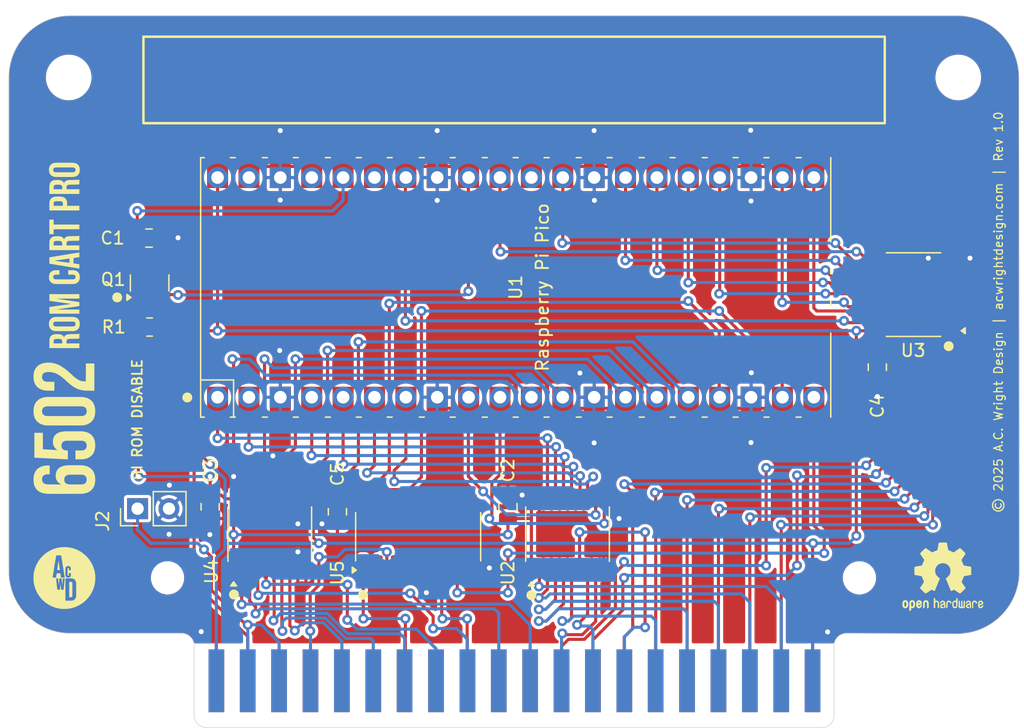
<source format=kicad_pcb>
(kicad_pcb (version 20241229) (generator "pcbnew") (generator_version "9.0")
  (title_block (title "6502 ROM Cart Pro") (date "2025-09-20") (rev "1.0") (company "A.C. Wright Design"))
  (layers (0 "F.Cu" signal "Top") (2 "B.Cu" signal "Bottom") (13 "F.Paste" user) (15 "B.Paste" user) (5 "F.SilkS" user "F.Silkscreen") (7 "B.SilkS" user "B.Silkscreen") (1 "F.Mask" user) (3 "B.Mask" user) (25 "Edge.Cuts" user))
  (net 0 "")
  (net 1 "3V3")
  (net 2 "A3")
  (net 3 "A0")
  (net 4 "D6")
  (net 5 "A10")
  (net 6 "A1")
  (net 7 "A5")
  (net 8 "D5")
  (net 9 "D0")
  (net 10 "A13")
  (net 11 "D2")
  (net 12 "RESB")
  (net 13 "A12")
  (net 14 "D4")
  (net 15 "A8")
  (net 16 "D3")
  (net 17 "D1")
  (net 18 "D7")
  (net 19 "VCC")
  (net 20 "A11")
  (net 21 "RWB")
  (net 22 "PHI2")
  (net 23 "HI ROM DISABLE")
  (net 24 "A15")
  (net 25 "A14")
  (net 26 "A4")
  (net 27 "A7")
  (net 28 "A9")
  (net 29 "A6")
  (net 30 "A2")
  (net 31 "RESB_3V3")
  (net 32 "A9_3V3")
  (net 33 "A10_3V3")
  (net 35 "CSB_3V3")
  (net 36 "GND")
  (net 41 "A5_3V3")
  (net 45 "D4_3V3")
  (net 46 "A12_3V3")
  (net 47 "A7_3V3")
  (net 49 "D0_3V3")
  (net 50 "A8_3V3")
  (net 52 "D2_3V3")
  (net 53 "D3_3V3")
  (net 54 "A13_3V3")
  (net 55 "D1_3V3")
  (net 56 "D6_3V3")
  (net 57 "A0_3V3")
  (net 58 "A6_3V3")
  (net 59 "A1_3V3")
  (net 60 "A11_3V3")
  (net 62 "OE_3V3")
  (net 64 "D7_3V3")
  (net 65 "A3_3V3")
  (net 66 "D5_3V3")
  (net 67 "A2_3V3")
  (net 70 "A14_3V3")
  (net 71 "A4_3V3")
  (footprint "6502 Logos:6502 ROM Cart Pro Logo 5mm" (layer "F.Cu") (at 102.999712 94.915385 90)
    (property "Reference" "G***" (hide yes))
    (property "Value" "LOGO" (hide yes))
  )
  (footprint "6502 Parts:6502 Card Edge" (layer "F.Cu") (at 115.3 132.57)
    (property "Reference" "J1" (hide yes))
    (property "Value" "6502 Card Edge" (hide yes))
  )
  (footprint "A.C. Wright Logo:A.C. Wright Logo 5mm" (layer "F.Cu") (at 103.0011 121.7136)
    (property "Reference" "G***" (hide yes))
    (property "Value" "LOGO" (hide yes))
  )
  (footprint "Symbol:OSHW-Logo2_7.3x6mm_SilkScreen" (layer "F.Cu") (at 174.1 121.6)
    (property "Reference" "REF**" (hide yes))
    (property "Value" "OSHW-Logo2_7.3x6mm_SilkScreen" (hide yes))
  )
  (footprint "MountingHole:MountingHole_3.2mm_M3" (layer "F.Cu") (at 103.35 81.2)
    (property "Reference" "REF**" (hide yes))
    (property "Value" "MountingHole_3.2mm_M3" (hide yes))
  )
  (footprint "Package_SO:SOIC-16_3.9x9.9mm_P1.27mm" (layer "F.Cu") (at 131.635 118.375 90)
    (property "Reference" "U5")
    (property "Value" "74HC138" (hide yes))
  )
  (footprint "Resistor_SMD:R_0805_2012Metric" (layer "F.Cu") (at 109.9 101.4)
    (property "Reference" "R1")
    (property "Value" "1K" (hide yes))
  )
  (footprint "Capacitor_SMD:C_0805_2012Metric" (layer "F.Cu") (at 109.85 94.2)
    (property "Reference" "C1")
    (property "Value" "100nF" (hide yes))
  )
  (footprint "MountingHole:MountingHole_3.2mm_M3" (layer "F.Cu") (at 175.35 81.2)
    (property "Reference" "REF**" (hide yes))
    (property "Value" "MountingHole_3.2mm_M3" (hide yes))
  )
  (footprint "Package_SO:TSSOP-20_4.4x6.5mm_P0.65mm" (layer "F.Cu") (at 171.725 98.775 180)
    (property "Reference" "U3")
    (property "Value" "74HCT245" (hide yes))
  )
  (footprint "Capacitor_SMD:C_0805_2012Metric" (layer "F.Cu") (at 125.1 116.35 -90)
    (property "Reference" "C5")
    (property "Value" "100nF" (hide yes))
  )
  (footprint "6502 Parts:Raspberry Pi Pico" (layer "F.Cu") (at 139.53 98.19 90)
    (property "Reference" "U1")
    (property "Value" "Raspberry Pi Pico")
  )
  (footprint "MountingHole:MountingHole_2.2mm_M2" (layer "F.Cu") (at 111.35 121.7)
    (property "Reference" "REF**" (hide yes))
    (property "Value" "MountingHole_2.2mm_M2" (hide yes))
  )
  (footprint "Capacitor_SMD:C_0805_2012Metric" (layer "F.Cu") (at 114.8 115.95 -90)
    (property "Reference" "C3")
    (property "Value" "100nF" (hide yes))
  )
  (footprint "Package_TO_SOT_SMD:SOT-23" (layer "F.Cu") (at 109.9 97.8375 90)
    (property "Reference" "Q1")
    (property "Value" "BSS138" (hide yes))
  )
  (footprint "Package_SO:TSSOP-20_4.4x6.5mm_P0.65mm" (layer "F.Cu") (at 143.725 118.1625 90)
    (property "Reference" "U2")
    (property "Value" "74LVC245" (hide yes))
  )
  (footprint "MountingHole:MountingHole_2.2mm_M2" (layer "F.Cu") (at 167.35 121.7)
    (property "Reference" "REF**" (hide yes))
    (property "Value" "MountingHole_2.2mm_M2" (hide yes))
  )
  (footprint "Connector_PinHeader_2.54mm:PinHeader_1x02_P2.54mm_Vertical" (layer "F.Cu") (at 108.925 116.1 90)
    (property "Reference" "J2")
    (property "Value" "HI ROM DISABLE")
  )
  (footprint "Package_SO:TSSOP-20_4.4x6.5mm_P0.65mm" (layer "F.Cu") (at 119.625 118.1625 90)
    (property "Reference" "U4")
    (property "Value" "74LVC245" (hide yes))
  )
  (footprint "Capacitor_SMD:C_0805_2012Metric" (layer "F.Cu") (at 168.8 104.65 -90)
    (property "Reference" "C4")
    (property "Value" "100nF" (hide yes))
  )
  (footprint "Capacitor_SMD:C_0805_2012Metric" (layer "F.Cu") (at 138.9 115.95 90)
    (property "Reference" "C2")
    (property "Value" "100nF" (hide yes))
  )
  (gr_circle (center 107.275 99) (end 107.475 99) (stroke (width 0.4)) (fill no) (layer "F.SilkS"))
  (gr_rect (start 109.4 77.9) (end 169.4 84.9) (stroke (width 0.2)) (fill no) (layer "F.SilkS"))
  (gr_circle (center 140.8 123.1) (end 141 123.1) (stroke (width 0.4)) (fill no) (layer "F.SilkS"))
  (gr_circle (center 127.175 123.075) (end 127.375 123.075) (stroke (width 0.4)) (fill no) (layer "F.SilkS"))
  (gr_circle (center 174.575 102.95) (end 174.775 102.95) (stroke (width 0.4)) (fill no) (layer "F.SilkS"))
  (gr_circle (center 116.725 123.05) (end 116.925 123.05) (stroke (width 0.4)) (fill no) (layer "F.SilkS"))
  (gr_circle (center 112.95 107.1) (end 113.15 107.1) (stroke (width 0.4)) (fill no) (layer "F.SilkS"))
  (gr_arc (start 165.3011 127.1936) (mid 165.593993 126.486493) (end 166.30995 126.193639) (stroke (width 0.05)) (layer "Edge.Cuts"))
  (gr_line (start 98.5011 81.1936) (end 98.5011 121.1936) (stroke (width 0.05)) (layer "Edge.Cuts"))
  (gr_line (start 103.5011 126.1936) (end 112.5011 126.1936) (stroke (width 0.05)) (layer "Edge.Cuts"))
  (gr_line (start 180.299982 121.180046) (end 180.264425 81.189254) (stroke (width 0.05)) (layer "Edge.Cuts"))
  (gr_arc (start 175.228283 76.193601) (mid 178.8 77.658066) (end 180.264425 81.189254) (stroke (width 0.05)) (layer "Edge.Cuts"))
  (gr_arc (start 103.5011 126.1936) (mid 99.965566 124.729134) (end 98.5011 121.1936) (stroke (width 0.05)) (layer "Edge.Cuts"))
  (gr_arc (start 98.5011 81.1936) (mid 99.965566 77.658066) (end 103.5011 76.1936) (stroke (width 0.05)) (layer "Edge.Cuts"))
  (gr_line (start 166.30995 126.193639) (end 175.300174 126.229171) (stroke (width 0.05)) (layer "Edge.Cuts"))
  (gr_arc (start 112.5011 126.1936) (mid 113.208207 126.486493) (end 113.5011 127.1936) (stroke (width 0.05)) (layer "Edge.Cuts"))
  (gr_line (start 175.228283 76.193601) (end 103.5011 76.1936) (stroke (width 0.05)) (layer "Edge.Cuts"))
  (gr_arc (start 114.5011 133.8136) (mid 113.793993 133.520707) (end 113.5011 132.8136) (stroke (width 0.05)) (layer "Edge.Cuts"))
  (gr_line (start 113.5011 127.1936) (end 113.5011 132.8136) (stroke (width 0.05)) (layer "Edge.Cuts"))
  (gr_arc (start 180.299982 121.180046) (mid 178.798087 124.781107) (end 175.300174 126.229171) (stroke (width 0.05)) (layer "Edge.Cuts"))
  (gr_arc (start 165.3011 132.8136) (mid 165.008207 133.520707) (end 164.3011 133.8136) (stroke (width 0.05)) (layer "Edge.Cuts"))
  (gr_line (start 165.3011 132.8136) (end 165.3011 127.1936) (stroke (width 0.05)) (layer "Edge.Cuts"))
  (gr_line (start 114.5011 133.8136) (end 164.3011 133.8136) (stroke (width 0.05)) (layer "Edge.Cuts"))
  (gr_text "© 2025 A.C. Wright Design | acwrightdesign.com | Rev 1.0" (at 178.6 100.2 90) (layer "F.SilkS") (effects (font (size 0.7 0.7) (thickness 0.1))))
  (segment (start 108.95 98.775) (end 108.95 101.3625) (width 0.25) (layer "F.Cu") (net 1))
  (segment (start 114.8 115) (end 115.7 115) (width 0.25) (layer "F.Cu") (net 1))
  (segment (start 116 115.3) (end 116.7 115.3) (width 0.25) (layer "F.Cu") (net 1))
  (segment (start 140.8 116.9) (end 140.8 121.025) (width 0.25) (layer "F.Cu") (net 1))
  (segment (start 108.9 98.725) (end 108.95 98.775) (width 0.25) (layer "F.Cu") (net 1))
  (segment (start 116.7 118.2) (end 116.7 115.3) (width 0.25) (layer "F.Cu") (net 1))
  (segment (start 138.9 116.9) (end 138.9 118.2) (width 0.25) (layer "F.Cu") (net 1))
  (segment (start 108.9 94.2) (end 108.9 92) (width 0.25) (layer "F.Cu") (net 1))
  (segment (start 138.9 116.9) (end 140.8 116.9) (width 0.25) (layer "F.Cu") (net 1))
  (segment (start 108.9 94.2) (end 108.9 98.725) (width 0.25) (layer "F.Cu") (net 1))
  (segment (start 114.8 113.5) (end 114.8 115) (width 0.25) (layer "F.Cu") (net 1))
  (segment (start 108.9875 113.4875) (end 109 113.5) (width 0.25) (layer "F.Cu") (net 1))
  (segment (start 140.8 115.3) (end 140.8 116.9) (width 0.25) (layer "F.Cu") (net 1))
  (segment (start 115.7 115) (end 116 115.3) (width 0.25) (layer "F.Cu") (net 1))
  (segment (start 116.7 118.2) (end 116.7 121.025) (width 0.25) (layer "F.Cu") (net 1))
  (segment (start 108.9875 101.4) (end 108.9875 113.4875) (width 0.25) (layer "F.Cu") (net 1))
  (segment (start 108.95 101.3625) (end 108.9875 101.4) (width 0.25) (layer "F.Cu") (net 1))
  (via (at 114.8 113.5) (size 0.8) (drill 0.4) (layers "F.Cu" "B.Cu") (net 1))
  (via (at 108.9 92) (size 0.8) (drill 0.4) (layers "F.Cu" "B.Cu") (net 1))
  (via (at 109 113.5) (size 0.8) (drill 0.4) (layers "F.Cu" "B.Cu") (net 1))
  (via (at 138.9 118.2) (size 0.8) (drill 0.4) (layers "F.Cu" "B.Cu") (net 1))
  (via (at 116.7 118.2) (size 0.8) (drill 0.4) (layers "F.Cu" "B.Cu") (net 1))
  (segment (start 138.9 118.2) (end 116.7 118.2) (width 0.25) (layer "B.Cu") (net 1))
  (segment (start 109 113.5) (end 114.8 113.5) (width 0.25) (layer "B.Cu") (net 1))
  (segment (start 125.56 91.14) (end 125.56 89.3) (width 0.25) (layer "B.Cu") (net 1))
  (segment (start 124.7 92) (end 125.56 91.14) (width 0.25) (layer "B.Cu") (net 1))
  (segment (start 108.9 92) (end 124.7 92) (width 0.25) (layer "B.Cu") (net 1))
  (segment (start 141.4 125.2) (end 142 125.2) (width 0.25) (layer "F.Cu") (net 2))
  (segment (start 143.4 123.8) (end 143.4 121.025) (width 0.25) (layer "F.Cu") (net 2))
  (segment (start 142 125.2) (end 143.4 123.8) (width 0.25) (layer "F.Cu") (net 2))
  (via (at 141.4 125.2) (size 0.8) (drill 0.4) (layers "F.Cu" "B.Cu") (net 2))
  (segment (start 153.1 124.2) (end 153.4 124.5) (width 0.25) (layer "B.Cu") (net 2))
  (segment (start 143 124.2) (end 153.1 124.2) (width 0.25) (layer "B.Cu") (net 2))
  (segment (start 141.4 125.2) (end 142 125.2) (width 0.25) (layer "B.Cu") (net 2))
  (segment (start 142 125.2) (end 143 124.2) (width 0.25) (layer "B.Cu") (net 2))
  (segment (start 153.4 124.5) (end 153.4 130.03) (width 0.25) (layer "B.Cu") (net 2))
  (segment (start 141.45 122.35) (end 141.45 121.025) (width 0.25) (layer "F.Cu") (net 3))
  (segment (start 141.4 122.4) (end 141.45 122.35) (width 0.25) (layer "F.Cu") (net 3))
  (via (at 141.4 122.4) (size 0.8) (drill 0.4) (layers "F.Cu" "B.Cu") (net 3))
  (segment (start 161.02 123.62) (end 159.8 122.4) (width 0.25) (layer "B.Cu") (net 3))
  (segment (start 159.8 122.4) (end 141.4 122.4) (width 0.25) (layer "B.Cu") (net 3))
  (segment (start 161.02 130.03) (end 161.02 123.62) (width 0.25) (layer "B.Cu") (net 3))
  (segment (start 171.01 99.755427) (end 173.615427 97.15) (width 0.25) (layer "F.Cu") (net 4))
  (segment (start 162.3 120.7) (end 162.3 113.4) (width 0.25) (layer "F.Cu") (net 4))
  (segment (start 171.01 110.99) (end 171.01 99.755427) (width 0.25) (layer "F.Cu") (net 4))
  (segment (start 148.2 124.3) (end 145.78 126.72) (width 0.25) (layer "F.Cu") (net 4))
  (segment (start 148.3 121.7) (end 148.2 121.8) (width 0.25) (layer "F.Cu") (net 4))
  (segment (start 145.78 126.72) (end 145.78 130.03) (width 0.25) (layer "F.Cu") (net 4))
  (segment (start 173.615427 97.15) (end 174.5875 97.15) (width 0.25) (layer "F.Cu") (net 4))
  (segment (start 148.2 121.8) (end 148.2 124.3) (width 0.25) (layer "F.Cu") (net 4))
  (segment (start 168.7 113.3) (end 171.01 110.99) (width 0.25) (layer "F.Cu") (net 4))
  (via (at 162.3 120.7) (size 0.8) (drill 0.4) (layers "F.Cu" "B.Cu") (net 4))
  (via (at 168.7 113.3) (size 0.8) (drill 0.4) (layers "F.Cu" "B.Cu") (net 4))
  (via (at 162.3 113.4) (size 0.8) (drill 0.4) (layers "F.Cu" "B.Cu") (net 4))
  (via (at 148.3 121.7) (size 0.8) (drill 0.4) (layers "F.Cu" "B.Cu") (net 4))
  (segment (start 168.5 113.5) (end 168.7 113.3) (width 0.25) (layer "B.Cu") (net 4))
  (segment (start 148.5 121.5) (end 161.5 121.5) (width 0.25) (layer "B.Cu") (net 4))
  (segment (start 161.5 121.5) (end 162.3 120.7) (width 0.25) (layer "B.Cu") (net 4))
  (segment (start 162.5 113.5) (end 168.5 113.5) (width 0.25) (layer "B.Cu") (net 4))
  (segment (start 148.3 121.7) (end 148.5 121.5) (width 0.25) (layer "B.Cu") (net 4))
  (segment (start 162.4 113.4) (end 162.5 113.5) (width 0.25) (layer "B.Cu") (net 4))
  (segment (start 162.3 113.4) (end 162.4 113.4) (width 0.25) (layer "B.Cu") (net 4))
  (segment (start 118.65 122.9) (end 118.65 121.025) (width 0.25) (layer "F.Cu") (net 5))
  (segment (start 132.85 124.8) (end 131 122.95) (width 0.25) (layer "F.Cu") (net 5))
  (segment (start 132.85 125.8) (end 132.85 124.8) (width 0.25) (layer "F.Cu") (net 5))
  (segment (start 118.7 122.95) (end 118.65 122.9) (width 0.25) (layer "F.Cu") (net 5))
  (segment (start 118.7 123.1) (end 118.7 122.95) (width 0.25) (layer "F.Cu") (net 5))
  (via (at 132.85 125.8) (size 0.8) (drill 0.4) (layers "F.Cu" "B.Cu") (net 5))
  (via (at 131 122.95) (size 0.8) (drill 0.4) (layers "F.Cu" "B.Cu") (net 5))
  (via (at 118.7 123.1) (size 0.8) (drill 0.4) (layers "F.Cu" "B.Cu") (net 5))
  (segment (start 134.75 125.8) (end 132.85 125.8) (width 0.25) (layer "B.Cu") (net 5))
  (segment (start 134.775 125.825) (end 134.75 125.8) (width 0.25) (layer "B.Cu") (net 5))
  (segment (start 118.7 123.1) (end 118.85 122.95) (width 0.25) (layer "B.Cu") (net 5))
  (segment (start 135.62 130.03) (end 135.62 126.67) (width 0.25) (layer "B.Cu") (net 5))
  (segment (start 135.636 130.014) (end 135.62 130.03) (width 0.25) (layer "B.Cu") (net 5))
  (segment (start 118.85 122.95) (end 131 122.95) (width 0.25) (layer "B.Cu") (net 5))
  (segment (start 135.62 126.67) (end 134.775 125.825) (width 0.25) (layer "B.Cu") (net 5))
  (segment (start 141.4 123.327003) (end 142.1 122.627003) (width 0.25) (layer "F.Cu") (net 6))
  (segment (start 142.1 122.627003) (end 142.1 121.025) (width 0.25) (layer "F.Cu") (net 6))
  (via (at 141.4 123.327003) (size 0.8) (drill 0.4) (layers "F.Cu" "B.Cu") (net 6))
  (segment (start 158.48 123.68) (end 158.48 130.03) (width 0.25) (layer "B.Cu") (net 6))
  (segment (start 141.972997 123.327003) (end 142.3 123) (width 0.25) (layer "B.Cu") (net 6))
  (segment (start 141.4 123.327003) (end 141.972997 123.327003) (width 0.25) (layer "B.Cu") (net 6))
  (segment (start 157.8 123) (end 158.48 123.68) (width 0.25) (layer "B.Cu") (net 6))
  (segment (start 142.3 123) (end 157.8 123) (width 0.25) (layer "B.Cu") (net 6))
  (segment (start 144.7 118) (end 144.7 121.025) (width 0.25) (layer "F.Cu") (net 7))
  (segment (start 150 118) (end 150 125.7) (width 0.25) (layer "F.Cu") (net 7))
  (via (at 150 125.7) (size 0.8) (drill 0.4) (layers "F.Cu" "B.Cu") (net 7))
  (via (at 150 118) (size 0.8) (drill 0.4) (layers "F.Cu" "B.Cu") (net 7))
  (via (at 144.7 118) (size 0.8) (drill 0.4) (layers "F.Cu" "B.Cu") (net 7))
  (segment (start 148.4 129.95) (end 148.32 130.03) (width 0.25) (layer "B.Cu") (net 7))
  (segment (start 149.1 125.7) (end 148.32 126.48) (width 0.25) (layer "B.Cu") (net 7))
  (segment (start 148.32 126.48) (end 148.32 130.03) (width 0.25) (layer "B.Cu") (net 7))
  (segment (start 148.336 130.014) (end 148.32 130.03) (width 0.25) (layer "B.Cu") (net 7))
  (segment (start 150 118) (end 144.7 118) (width 0.25) (layer "B.Cu") (net 7))
  (segment (start 150 125.7) (end 149.1 125.7) (width 0.25) (layer "B.Cu") (net 7))
  (segment (start 149 114.8) (end 149 125.8) (width 0.25) (layer "F.Cu") (net 8))
  (segment (start 148.32 114.12) (end 149 114.8) (width 0.25) (layer "F.Cu") (net 8))
  (segment (start 171.388 99.912) (end 173.5 97.8) (width 0.25) (layer "F.Cu") (net 8))
  (segment (start 148.32 126.48) (end 148.32 130.03) (width 0.25) (layer "F.Cu") (net 8))
  (segment (start 173.5 97.8) (end 174.5875 97.8) (width 0.25) (layer "F.Cu") (net 8))
  (segment (start 169.5 114) (end 171.388 112.112) (width 0.25) (layer "F.Cu") (net 8))
  (segment (start 149 125.8) (end 148.32 126.48) (width 0.25) (layer "F.Cu") (net 8))
  (segment (start 171.388 112.112) (end 171.388 99.912) (width 0.25) (layer "F.Cu") (net 8))
  (via (at 148.32 114.12) (size 0.8) (drill 0.4) (layers "F.Cu" "B.Cu") (net 8))
  (via (at 169.5 114) (size 0.8) (drill 0.4) (layers "F.Cu" "B.Cu") (net 8))
  (segment (start 169.4 114.1) (end 169.5 114) (width 0.25) (layer "B.Cu") (net 8))
  (segment (start 148.34 114.1) (end 169.4 114.1) (width 0.25) (layer "B.Cu") (net 8))
  (segment (start 148.32 114.12) (end 148.34 114.1) (width 0.25) (layer "B.Cu") (net 8))
  (segment (start 161.02 117.42) (end 161 117.4) (width 0.25) (layer "F.Cu") (net 9))
  (segment (start 173.256 117.356) (end 173.278 117.356) (width 0.25) (layer "F.Cu") (net 9))
  (segment (start 173.3 117.4) (end 173.256 117.356) (width 0.25) (layer "F.Cu") (net 9))
  (segment (start 173.278 101.322) (end 173.55 101.05) (width 0.25) (layer "F.Cu") (net 9))
  (segment (start 173.55 101.05) (end 174.5875 101.05) (width 0.25) (layer "F.Cu") (net 9))
  (segment (start 173.278 117.356) (end 173.278 101.322) (width 0.25) (layer "F.Cu") (net 9))
  (segment (start 161.02 130.03) (end 161.02 117.42) (width 0.25) (layer "F.Cu") (net 9))
  (via (at 173.3 117.4) (size 0.8) (drill 0.4) (layers "F.Cu" "B.Cu") (net 9))
  (via (at 161 117.4) (size 0.8) (drill 0.4) (layers "F.Cu" "B.Cu") (net 9))
  (segment (start 161 117.4) (end 173.3 117.4) (width 0.25) (layer "B.Cu") (net 9))
  (segment (start 120.6 125.95) (end 120.6 121.025) (width 0.25) (layer "F.Cu") (net 10))
  (segment (start 120.65 126) (end 120.6 125.95) (width 0.25) (layer "F.Cu") (net 10))
  (via (at 120.65 126) (size 0.8) (drill 0.4) (layers "F.Cu" "B.Cu") (net 10))
  (segment (start 125.771428 126.606) (end 124.124428 124.959) (width 0.25) (layer "B.Cu") (net 10))
  (segment (start 128 130.03) (end 128 126.819) (width 0.25) (layer "B.Cu") (net 10))
  (segment (start 124.124428 124.959) (end 120.941 124.959) (width 0.25) (layer "B.Cu") (net 10))
  (segment (start 120.65 125.25) (end 120.65 126) (width 0.25) (layer "B.Cu") (net 10))
  (segment (start 120.941 124.959) (end 120.65 125.25) (width 0.25) (layer "B.Cu") (net 10))
  (segment (start 128 126.819) (end 127.787 126.606) (width 0.25) (layer "B.Cu") (net 10))
  (segment (start 127.787 126.606) (end 125.771428 126.606) (width 0.25) (layer "B.Cu") (net 10))
  (segment (start 128.016 130.014) (end 128 130.03) (width 0.25) (layer "B.Cu") (net 10))
  (segment (start 171.8 116) (end 172.522 115.278) (width 0.25) (layer "F.Cu") (net 11))
  (segment (start 172.522 100.381716) (end 173.153716 99.75) (width 0.25) (layer "F.Cu") (net 11))
  (segment (start 155.94 116.16) (end 156 116.1) (width 0.25) (layer "F.Cu") (net 11))
  (segment (start 173.153716 99.75) (end 174.5875 99.75) (width 0.25) (layer "F.Cu") (net 11))
  (segment (start 155.94 130.03) (end 155.94 116.16) (width 0.25) (layer "F.Cu") (net 11))
  (segment (start 172.522 115.278) (end 172.522 100.381716) (width 0.25) (layer "F.Cu") (net 11))
  (via (at 156 116.1) (size 0.8) (drill 0.4) (layers "F.Cu" "B.Cu") (net 11))
  (via (at 171.8 116) (size 0.8) (drill 0.4) (layers "F.Cu" "B.Cu") (net 11))
  (segment (start 156 116.1) (end 171.7 116.1) (width 0.25) (layer "B.Cu") (net 11))
  (segment (start 171.7 116.1) (end 171.8 116) (width 0.25) (layer "B.Cu") (net 11))
  (segment (start 114.4 120.6) (end 114.4 123) (width 0.25) (layer "F.Cu") (net 12))
  (segment (start 113.5 112.6) (end 113.5 119.7) (width 0.25) (layer "F.Cu") (net 12))
  (segment (start 117.84 126.44) (end 117.84 130.03) (width 0.25) (layer "F.Cu") (net 12))
  (segment (start 109.9 96.9) (end 109.9 109) (width 0.25) (layer "F.Cu") (net 12))
  (segment (start 109.9 109) (end 113.5 112.6) (width 0.25) (layer "F.Cu") (net 12))
  (segment (start 113.5 119.7) (end 114.4 120.6) (width 0.25) (layer "F.Cu") (net 12))
  (segment (start 114.4 123) (end 117.84 126.44) (width 0.25) (layer "F.Cu") (net 12))
  (segment (start 119.981 121.953275) (end 119.95 121.922275) (width 0.25) (layer "F.Cu") (net 13))
  (segment (start 119.925 125.15) (end 119.981 125.094) (width 0.25) (layer "F.Cu") (net 13))
  (segment (start 119.981 125.094) (end 119.981 121.953275) (width 0.25) (layer "F.Cu") (net 13))
  (segment (start 119.95 121.922275) (end 119.95 121.025) (width 0.25) (layer "F.Cu") (net 13))
  (via (at 119.925 125.15) (size 0.8) (drill 0.4) (layers "F.Cu" "B.Cu") (net 13))
  (segment (start 124.281 124.581) (end 120.494 124.581) (width 0.25) (layer "B.Cu") (net 13))
  (segment (start 126.493428 126.228) (end 126.490427 126.225) (width 0.25) (layer "B.Cu") (net 13))
  (segment (start 126.490427 126.225) (end 125.925 126.225) (width 0.25) (layer "B.Cu") (net 13))
  (segment (start 125.925 126.225) (end 124.281 124.581) (width 0.25) (layer "B.Cu") (net 13))
  (segment (start 130.178 126.228) (end 126.493428 126.228) (width 0.25) (layer "B.Cu") (net 13))
  (segment (start 130.54 126.59) (end 130.178 126.228) (width 0.25) (layer "B.Cu") (net 13))
  (segment (start 120.494 124.581) (end 119.925 125.15) (width 0.25) (layer "B.Cu") (net 13))
  (segment (start 130.54 130.03) (end 130.54 126.59) (width 0.25) (layer "B.Cu") (net 13))
  (segment (start 170.2 114.7) (end 171.766 113.134) (width 0.25) (layer "F.Cu") (net 14))
  (segment (start 173.384572 98.45) (end 174.5875 98.45) (width 0.25) (layer "F.Cu") (net 14))
  (segment (start 150.86 114.86) (end 150.8 114.8) (width 0.25) (layer "F.Cu") (net 14))
  (segment (start 150.86 130.03) (end 150.86 114.86) (width 0.25) (layer "F.Cu") (net 14))
  (segment (start 171.766 100.068572) (end 173.384572 98.45) (width 0.25) (layer "F.Cu") (net 14))
  (segment (start 171.766 113.134) (end 171.766 100.068572) (width 0.25) (layer "F.Cu") (net 14))
  (via (at 170.2 114.7) (size 0.8) (drill 0.4) (layers "F.Cu" "B.Cu") (net 14))
  (via (at 150.8 114.8) (size 0.8) (drill 0.4) (layers "F.Cu" "B.Cu") (net 14))
  (segment (start 150.9 114.7) (end 170.2 114.7) (width 0.25) (layer "B.Cu") (net 14))
  (segment (start 150.8 114.8) (end 150.9 114.7) (width 0.25) (layer "B.Cu") (net 14))
  (segment (start 117.35 123.85) (end 117.35 121.025) (width 0.25) (layer "F.Cu") (net 15))
  (via (at 117.35 123.85) (size 0.8) (drill 0.4) (layers "F.Cu" "B.Cu") (net 15))
  (segment (start 140.7 125.525) (end 139 123.825) (width 0.25) (layer "B.Cu") (net 15))
  (segment (start 140.7 130.03) (end 140.716 130.014) (width 0.25) (layer "B.Cu") (net 15))
  (segment (start 140.7 130.03) (end 140.7 125.525) (width 0.25) (layer "B.Cu") (net 15))
  (segment (start 139 123.825) (end 117.375 123.825) (width 0.25) (layer "B.Cu") (net 15))
  (segment (start 117.375 123.825) (end 117.35 123.85) (width 0.25) (layer "B.Cu") (net 15))
  (segment (start 173.269144 99.1) (end 174.5875 99.1) (width 0.25) (layer "F.Cu") (net 16))
  (segment (start 153.4 130.03) (end 153.4 115.4) (width 0.25) (layer "F.Cu") (net 16))
  (segment (start 172.144 100.225144) (end 173.269144 99.1) (width 0.25) (layer "F.Cu") (net 16))
  (segment (start 172.144 114.156) (end 172.144 100.225144) (width 0.25) (layer "F.Cu") (net 16))
  (segment (start 171 115.3) (end 172.144 114.156) (width 0.25) (layer "F.Cu") (net 16))
  (via (at 153.4 115.4) (size 0.8) (drill 0.4) (layers "F.Cu" "B.Cu") (net 16))
  (via (at 171 115.3) (size 0.8) (drill 0.4) (layers "F.Cu" "B.Cu") (net 16))
  (segment (start 170.9 115.4) (end 171 115.3) (width 0.25) (layer "B.Cu") (net 16))
  (segment (start 153.4 115.4) (end 170.9 115.4) (width 0.25) (layer "B.Cu") (net 16))
  (segment (start 158.48 130.03) (end 158.48 116.82) (width 0.25) (layer "F.Cu") (net 17))
  (segment (start 173.3 100.4) (end 174.5875 100.4) (width 0.25) (layer "F.Cu") (net 17))
  (segment (start 172.6 116.7) (end 172.9 116.4) (width 0.25) (layer "F.Cu") (net 17))
  (segment (start 172.9 100.8) (end 173.3 100.4) (width 0.25) (layer "F.Cu") (net 17))
  (segment (start 158.48 116.82) (end 158.5 116.8) (width 0.25) (layer "F.Cu") (net 17))
  (segment (start 172.9 116.4) (end 172.9 100.8) (width 0.25) (layer "F.Cu") (net 17))
  (via (at 158.5 116.8) (size 0.8) (drill 0.4) (layers "F.Cu" "B.Cu") (net 17))
  (via (at 172.6 116.7) (size 0.8) (drill 0.4) (layers "F.Cu" "B.Cu") (net 17))
  (segment (start 158.5 116.8) (end 158.6 116.7) (width 0.25) (layer "B.Cu") (net 17))
  (segment (start 158.6 116.7) (end 172.6 116.7) (width 0.25) (layer "B.Cu") (net 17))
  (segment (start 147.6 124.162298) (end 145.084298 126.678) (width 0.25) (layer "F.Cu") (net 18))
  (segment (start 143.802 126.678) (end 143.24 127.24) (width 0.25) (layer "F.Cu") (net 18))
  (segment (start 173.730855 96.5) (end 174.5875 96.5) (width 0.25) (layer "F.Cu") (net 18))
  (segment (start 148.3 120.4) (end 148.3 120.6) (width 0.25) (layer "F.Cu") (net 18))
  (segment (start 148.3 120.6) (end 147.6 121.3) (width 0.25) (layer "F.Cu") (net 18))
  (segment (start 143.24 127.24) (end 143.24 130.03) (width 0.25) (layer "F.Cu") (net 18))
  (segment (start 159.8 120.7) (end 159.8 112.8) (width 0.25) (layer "F.Cu") (net 18))
  (segment (start 147.6 121.3) (end 147.6 124.162298) (width 0.25) (layer "F.Cu") (net 18))
  (segment (start 170.632 99.598855) (end 173.730855 96.5) (width 0.25) (layer "F.Cu") (net 18))
  (segment (start 167.9 112.6) (end 170.632 109.868) (width 0.25) (layer "F.Cu") (net 18))
  (segment (start 145.084298 126.678) (end 143.802 126.678) (width 0.25) (layer "F.Cu") (net 18))
  (segment (start 170.632 109.868) (end 170.632 99.598855) (width 0.25) (layer "F.Cu") (net 18))
  (via (at 159.8 112.8) (size 0.8) (drill 0.4) (layers "F.Cu" "B.Cu") (net 18))
  (via (at 167.9 112.6) (size 0.8) (drill 0.4) (layers "F.Cu" "B.Cu") (net 18))
  (via (at 148.3 120.4) (size 0.8) (drill 0.4) (layers "F.Cu" "B.Cu") (net 18))
  (via (at 159.8 120.7) (size 0.8) (drill 0.4) (layers "F.Cu" "B.Cu") (net 18))
  (segment (start 167.756 112.744) (end 167.9 112.6) (width 0.25) (layer "B.Cu") (net 18))
  (segment (start 159.888 112.8) (end 159.944 112.744) (width 0.25) (layer "B.Cu") (net 18))
  (segment (start 159.8 112.8) (end 159.888 112.8) (width 0.25) (layer "B.Cu") (net 18))
  (segment (start 159.944 112.744) (end 167.756 112.744) (width 0.25) (layer "B.Cu") (net 18))
  (segment (start 148.6 120.7) (end 159.8 120.7) (width 0.25) (layer "B.Cu") (net 18))
  (segment (start 148.3 120.4) (end 148.6 120.7) (width 0.25) (layer "B.Cu") (net 18))
  (segment (start 163.56 118.94) (end 163.56 130.03) (width 0.25) (layer "F.Cu") (net 19))
  (segment (start 113 102.4) (end 113 110.7) (width 0.25) (layer "F.Cu") (net 19))
  (segment (start 126 115.4) (end 126.5 115.9) (width 0.25) (layer "F.Cu") (net 19))
  (segment (start 123.15 118.45) (end 123.15 116.05) (width 0.25) (layer "F.Cu") (net 19))
  (segment (start 168.8 101.7625) (end 168.8625 101.7) (width 0.25) (layer "F.Cu") (net 19))
  (segment (start 113 110.7) (end 114.8 112.5) (width 0.25) (layer "F.Cu") (net 19))
  (segment (start 113.7 101.7) (end 113 102.4) (width 0.25) (layer "F.Cu") (net 19))
  (segment (start 115.4 101.7) (end 115.4 89.3) (width 0.25) (layer "F.Cu") (net 19))
  (segment (start 168.8625 101.7) (end 167.1 101.7) (width 0.25) (layer "F.Cu") (net 19))
  (segment (start 123.15 116.05) (end 123.8 115.4) (width 0.25) (layer "F.Cu") (net 19))
  (segment (start 115.4 101.7) (end 113.7 101.7) (width 0.25) (layer "F.Cu") (net 19))
  (segment (start 123.8 115.4) (end 125.1 115.4) (width 0.25) (layer "F.Cu") (net 19))
  (segment (start 126.5 115.9) (end 127.19 115.9) (width 0.25) (layer "F.Cu") (net 19))
  (segment (start 167.1 118.3) (end 167.1 101.7) (width 0.25) (layer "F.Cu") (net 19))
  (segment (start 168.8 103.7) (end 168.8 101.7625) (width 0.25) (layer "F.Cu") (net 19))
  (segment (start 163.6 118.9) (end 163.56 118.94) (width 0.25) (layer "F.Cu") (net 19))
  (segment (start 123.6 118.9) (end 123.15 118.45) (width 0.25) (layer "F.Cu") (net 19))
  (segment (start 125.1 115.4) (end 126 115.4) (width 0.25) (layer "F.Cu") (net 19))
  (via (at 163.6 118.9) (size 0.8) (drill 0.4) (layers "F.Cu" "B.Cu") (net 19))
  (via (at 123.6 118.9) (size 0.8) (drill 0.4) (layers "F.Cu" "B.Cu") (net 19))
  (via (at 167.1 118.3) (size 0.8) (drill 0.4) (layers "F.Cu" "B.Cu") (net 19))
  (via (at 167.1 101.7) (size 0.8) (drill 0.4) (layers "F.Cu" "B.Cu") (net 19))
  (via (at 114.8 112.5) (size 0.8) (drill 0.4) (layers "F.Cu" "B.Cu") (net 19))
  (via (at 115.4 101.7) (size 0.8) (drill 0.4) (layers "F.Cu" "B.Cu") (net 19))
  (segment (start 116.012047 118.912047) (end 116 118.9) (width 0.25) (layer "B.Cu") (net 19))
  (segment (start 116 113.7) (end 114.8 112.5) (width 0.25) (layer "B.Cu") (net 19))
  (segment (start 116.412047 118.912047) (end 123.587953 118.912047) (width 0.25) (layer "B.Cu") (net 19))
  (segment (start 116 118.9) (end 116 113.7) (width 0.25) (layer "B.Cu") (net 19))
  (segment (start 115.3 120.1) (end 116 119.4) (width 0.25) (layer "B.Cu") (net 19))
  (segment (start 166.5 118.9) (end 167.1 118.3) (width 0.25) (layer "B.Cu") (net 19))
  (segment (start 116.412047 118.912047) (end 116.012047 118.912047) (width 0.25) (layer "B.Cu") (net 19))
  (segment (start 115.3 130.03) (end 115.3 120.1) (width 0.25) (layer "B.Cu") (net 19))
  (segment (start 123.587953 118.912047) (end 123.6 118.9) (width 0.25) (layer "B.Cu") (net 19))
  (segment (start 167.1 101.7) (end 115.4 101.7) (width 0.25) (layer "B.Cu") (net 19))
  (segment (start 123.6 118.9) (end 163.6 118.9) (width 0.25) (layer "B.Cu") (net 19))
  (segment (start 116 119.4) (end 116 118.9) (width 0.25) (layer "B.Cu") (net 19))
  (segment (start 163.6 118.9) (end 166.5 118.9) (width 0.25) (layer "B.Cu") (net 19))
  (segment (start 119.325 122.225) (end 119.325 121.05) (width 0.25) (layer "F.Cu") (net 20))
  (segment (start 125.9 125.1) (end 125.9 122.275) (width 0.25) (layer "F.Cu") (net 20))
  (segment (start 119.325 121.05) (end 119.3 121.025) (width 0.25) (layer "F.Cu") (net 20))
  (segment (start 125.9 122.275) (end 125.925 122.25) (width 0.25) (layer "F.Cu") (net 20))
  (via (at 119.325 122.225) (size 0.8) (drill 0.4) (layers "F.Cu" "B.Cu") (net 20))
  (via (at 125.925 122.25) (size 0.8) (drill 0.4) (layers "F.Cu" "B.Cu") (net 20))
  (via (at 125.9 125.1) (size 0.8) (drill 0.4) (layers "F.Cu" "B.Cu") (net 20))
  (segment (start 125.9 122.225) (end 125.925 122.25) (width 0.25) (layer "B.Cu") (net 20))
  (segment (start 133.08 130.03) (end 133.08 127.43) (width 0.25) (layer "B.Cu") (net 20))
  (segment (start 119.325 122.225) (end 125.9 122.225) (width 0.25) (layer "B.Cu") (net 20))
  (segment (start 133.08 127.43) (end 131.5 125.85) (width 0.25) (layer "B.Cu") (net 20))
  (segment (start 131.5 125.85) (end 126.65 125.85) (width 0.25) (layer "B.Cu") (net 20))
  (segment (start 126.65 125.85) (end 125.9 125.1) (width 0.25) (layer "B.Cu") (net 20))
  (segment (start 127.2 125) (end 127.19 124.99) (width 0.25) (layer "F.Cu") (net 21))
  (segment (start 130.6 125) (end 130.6 129.97) (width 0.25) (layer "F.Cu") (net 21))
  (segment (start 127.19 124.99) (end 127.19 120.85) (width 0.25) (layer "F.Cu") (net 21))
  (segment (start 130.6 129.97) (end 130.54 130.03) (width 0.25) (layer "F.Cu") (net 21))
  (via (at 130.6 125) (size 0.8) (drill 0.4) (layers "F.Cu" "B.Cu") (net 21))
  (via (at 127.2 125) (size 0.8) (drill 0.4) (layers "F.Cu" "B.Cu") (net 21))
  (segment (start 130.6 125) (end 127.2 125) (width 0.25) (layer "B.Cu") (net 21))
  (segment (start 135.6 130.01) (end 135.62 130.03) (width 0.25) (layer "F.Cu") (net 22))
  (segment (start 135.6 125) (end 135.6 130.01) (width 0.25) (layer "F.Cu") (net 22))
  (segment (start 133.54 124.94) (end 133.54 120.85) (width 0.25) (layer "F.Cu") (net 22))
  (segment (start 133.6 125) (end 133.54 124.94) (width 0.25) (layer "F.Cu") (net 22))
  (via (at 135.6 125) (size 0.8) (drill 0.4) (layers "F.Cu" "B.Cu") (net 22))
  (via (at 133.6 125) (size 0.8) (drill 0.4) (layers "F.Cu" "B.Cu") (net 22))
  (segment (start 135.6 125) (end 133.6 125) (width 0.25) (layer "B.Cu") (net 22))
  (segment (start 117.7 125.5) (end 114.9 122.7) (width 0.25) (layer "F.Cu") (net 23))
  (segment (start 114.9 122.7) (end 114.9 120) (width 0.25) (layer "F.Cu") (net 23))
  (segment (start 117.84 125.5) (end 117.7 125.5) (width 0.25) (layer "F.Cu") (net 23))
  (segment (start 114.9 120) (end 114.3 119.4) (width 0.25) (layer "F.Cu") (net 23))
  (via (at 114.3 119.4) (size 0.8) (drill 0.4) (layers "F.Cu" "B.Cu") (net 23))
  (via (at 117.84 125.5) (size 0.8) (drill 0.4) (layers "F.Cu" "B.Cu") (net 23))
  (segment (start 110 118.9) (end 108.925 117.825) (width 0.25) (layer "B.Cu") (net 23))
  (segment (start 113.8 118.9) (end 110 118.9) (width 0.25) (layer "B.Cu") (net 23))
  (segment (start 120.38 126.93) (end 118.95 125.5) (width 0.25) (layer "B.Cu") (net 23))
  (segment (start 118.95 125.5) (end 117.84 125.5) (width 0.25) (layer "B.Cu") (net 23))
  (segment (start 117.84 125.5) (end 117.84 130.03) (width 0.25) (layer "B.Cu") (net 23))
  (segment (start 120.269 129.919) (end 120.38 130.03) (width 0.25) (layer "B.Cu") (net 23))
  (segment (start 120.38 130.03) (end 120.38 126.93) (width 0.25) (layer "B.Cu") (net 23))
  (segment (start 114.3 119.4) (end 113.8 118.9) (width 0.25) (layer "B.Cu") (net 23))
  (segment (start 108.925 117.825) (end 108.925 116.1) (width 0.25) (layer "B.Cu") (net 23))
  (segment (start 122.9 123) (end 123.6 122.3) (width 0.25) (layer "F.Cu") (net 24))
  (segment (start 128.46 120.85) (end 129.1 120.85) (width 0.25) (layer "F.Cu") (net 24))
  (segment (start 123.6 122.3) (end 123.6 120) (width 0.25) (layer "F.Cu") (net 24))
  (segment (start 129.1 120.85) (end 129.73 120.85) (width 0.25) (layer "F.Cu") (net 24))
  (segment (start 129.1 119.6) (end 129.1 120.85) (width 0.25) (layer "F.Cu") (net 24))
  (segment (start 122.9 126) (end 122.9 123) (width 0.25) (layer "F.Cu") (net 24))
  (via (at 122.9 126) (size 0.8) (drill 0.4) (layers "F.Cu" "B.Cu") (net 24))
  (via (at 123.6 120) (size 0.8) (drill 0.4) (layers "F.Cu" "B.Cu") (net 24))
  (via (at 129.1 119.6) (size 0.8) (drill 0.4) (layers "F.Cu" "B.Cu") (net 24))
  (segment (start 128.9 119.4) (end 129.1 119.6) (width 0.25) (layer "B.Cu") (net 24))
  (segment (start 125.7 119.4) (end 128.9 119.4) (width 0.25) (layer "B.Cu") (net 24))
  (segment (start 122.92 130.03) (end 122.92 126.02) (width 0.25) (layer "B.Cu") (net 24))
  (segment (start 125.1 120) (end 125.7 119.4) (width 0.25) (layer "B.Cu") (net 24))
  (segment (start 122.92 126.02) (end 122.9 126) (width 0.25) (layer "B.Cu") (net 24))
  (segment (start 123.6 120) (end 125.1 120) (width 0.25) (layer "B.Cu") (net 24))
  (segment (start 121.25 125.575) (end 121.25 121.025) (width 0.25) (layer "F.Cu") (net 25))
  (segment (start 121.65 125.975) (end 121.25 125.575) (width 0.25) (layer "F.Cu") (net 25))
  (via (at 121.65 125.975) (size 0.8) (drill 0.4) (layers "F.Cu" "B.Cu") (net 25))
  (segment (start 125.46 126.829144) (end 123.967856 125.337) (width 0.25) (layer "B.Cu") (net 25))
  (segment (start 122.288 125.337) (end 121.65 125.975) (width 0.25) (layer "B.Cu") (net 25))
  (segment (start 125.46 130.03) (end 125.5 129.99) (width 0.25) (layer "B.Cu") (net 25))
  (segment (start 123.967856 125.337) (end 122.288 125.337) (width 0.25) (layer "B.Cu") (net 25))
  (segment (start 125.46 130.03) (end 125.46 126.829144) (width 0.25) (layer "B.Cu") (net 25))
  (segment (start 143.8 125.2) (end 144.05 124.95) (width 0.25) (layer "F.Cu") (net 26))
  (segment (start 143.3 125.2) (end 143.8 125.2) (width 0.25) (layer "F.Cu") (net 26))
  (segment (start 144.05 124.95) (end 144.05 121.025) (width 0.25) (layer "F.Cu") (net 26))
  (via (at 143.3 125.2) (size 0.8) (drill 0.4) (layers "F.Cu" "B.Cu") (net 26))
  (segment (start 150.5 124.8) (end 150.86 125.16) (width 0.25) (layer "B.Cu") (net 26))
  (segment (start 150.86 125.16) (end 150.86 130.03) (width 0.25) (layer "B.Cu") (net 26))
  (segment (start 143.3 125.2) (end 143.8 125.2) (width 0.25) (layer "B.Cu") (net 26))
  (segment (start 143.8 125.2) (end 144.2 124.8) (width 0.25) (layer "B.Cu") (net 26))
  (segment (start 144.2 124.8) (end 150.5 124.8) (width 0.25) (layer "B.Cu") (net 26))
  (segment (start 146 121.025) (end 146 125.227725) (width 0.25) (layer "F.Cu") (net 27))
  (segment (start 144.927725 126.3) (end 143.4 126.3) (width 0.25) (layer "F.Cu") (net 27))
  (segment (start 143.4 126.3) (end 143.3 126.2) (width 0.25) (layer "F.Cu") (net 27))
  (segment (start 146 125.227725) (end 144.927725 126.3) (width 0.25) (layer "F.Cu") (net 27))
  (via (at 143.3 126.2) (size 0.8) (drill 0.4) (layers "F.Cu" "B.Cu") (net 27))
  (segment (start 143.256 130.014) (end 143.24 130.03) (width 0.25) (layer "B.Cu") (net 27))
  (segment (start 143.24 126.26) (end 143.24 130.03) (width 0.25) (layer "B.Cu") (net 27))
  (segment (start 143.2 129.99) (end 143.24 130.03) (width 0.25) (layer "B.Cu") (net 27))
  (segment (start 143.3 126.2) (end 143.24 126.26) (width 0.25) (layer "B.Cu") (net 27))
  (segment (start 118 123.572275) (end 118 121.025) (width 0.25) (layer "F.Cu") (net 28))
  (segment (start 118.475 124.6) (end 118.475 124.047275) (width 0.25) (layer "F.Cu") (net 28))
  (segment (start 118.475 124.047275) (end 118 123.572275) (width 0.25) (layer "F.Cu") (net 28))
  (via (at 118.475 124.6) (size 0.8) (drill 0.4) (layers "F.Cu" "B.Cu") (net 28))
  (segment (start 138.16 130.03) (end 138.176 130.014) (width 0.25) (layer "B.Cu") (net 28))
  (segment (start 138.16 124.563) (end 137.8 124.203) (width 0.25) (layer "B.Cu") (net 28))
  (segment (start 138.16 130.03) (end 138.16 124.563) (width 0.25) (layer "B.Cu") (net 28))
  (segment (start 137.8 124.203) (end 118.872 124.203) (width 0.25) (layer "B.Cu") (net 28))
  (segment (start 118.872 124.203) (end 118.475 124.6) (width 0.25) (layer "B.Cu") (net 28))
  (segment (start 145.35 124.65) (end 145.35 121.025) (width 0.25) (layer "F.Cu") (net 29))
  (segment (start 144.6 125.6) (end 144.6 125.4) (width 0.25) (layer "F.Cu") (net 29))
  (segment (start 144.5 125.5) (end 144.6 125.6) (width 0.25) (layer "F.Cu") (net 29))
  (segment (start 144.6 125.4) (end 145.35 124.65) (width 0.25) (layer "F.Cu") (net 29))
  (via (at 144.5 125.5) (size 0.8) (drill 0.4) (layers "F.Cu" "B.Cu") (net 29))
  (segment (start 145.8 130.01) (end 145.78 130.03) (width 0.25) (layer "B.Cu") (net 29))
  (segment (start 145.78 125.9) (end 145.78 130.03) (width 0.25) (layer "B.Cu") (net 29))
  (segment (start 144.6 125.6) (end 145.48 125.6) (width 0.25) (layer "B.Cu") (net 29))
  (segment (start 144.5 125.5) (end 144.6 125.6) (width 0.25) (layer "B.Cu") (net 29))
  (segment (start 145.48 125.6) (end 145.78 125.9) (width 0.25) (layer "B.Cu") (net 29))
  (segment (start 142.75 123.45) (end 142.75 121.025) (width 0.25) (layer "F.Cu") (net 30))
  (segment (start 141.945994 124.254006) (end 142.75 123.45) (width 0.25) (layer "F.Cu") (net 30))
  (segment (start 141.4 124.254006) (end 141.945994 124.254006) (width 0.25) (layer "F.Cu") (net 30))
  (via (at 141.4 124.254006) (size 0.8) (drill 0.4) (layers "F.Cu" "B.Cu") (net 30))
  (segment (start 155.6 123.6) (end 155.94 123.94) (width 0.25) (layer "B.Cu") (net 30))
  (segment (start 155.94 123.94) (end 155.94 130.03) (width 0.25) (layer "B.Cu") (net 30))
  (segment (start 142.6 123.6) (end 155.6 123.6) (width 0.25) (layer "B.Cu") (net 30))
  (segment (start 141.4 124.254006) (end 141.945994 124.254006) (width 0.25) (layer "B.Cu") (net 30))
  (segment (start 141.945994 124.254006) (end 142.6 123.6) (width 0.25) (layer "B.Cu") (net 30))
  (segment (start 156 129.97) (end 155.94 130.03) (width 0.25) (layer "B.Cu") (net 30))
  (segment (start 135.7 89.32) (end 135.72 89.3) (width 0.25) (layer "F.Cu") (net 31))
  (segment (start 112.175 98.775) (end 112.2 98.8) (width 0.25) (layer "F.Cu") (net 31))
  (segment (start 110.85 101.3625) (end 110.8125 101.4) (width 0.25) (layer "F.Cu") (net 31))
  (segment (start 135.7 98.5) (end 135.7 89.32) (width 0.25) (layer "F.Cu") (net 31))
  (segment (start 110.85 98.775) (end 112.175 98.775) (width 0.25) (layer "F.Cu") (net 31))
  (segment (start 110.85 98.775) (end 110.85 101.3625) (width 0.25) (layer "F.Cu") (net 31))
  (segment (start 135.72 89.3) (end 135.72 89.72) (width 0.25) (layer "F.Cu") (net 31))
  (via (at 135.7 98.5) (size 0.8) (drill 0.4) (layers "F.Cu" "B.Cu") (net 31))
  (via (at 112.2 98.8) (size 0.8) (drill 0.4) (layers "F.Cu" "B.Cu") (net 31))
  (segment (start 112.2 98.8) (end 135.4 98.8) (width 0.25) (layer "B.Cu") (net 31))
  (segment (start 135.4 98.8) (end 135.7 98.5) (width 0.25) (layer "B.Cu") (net 31))
  (segment (start 119.2 104) (end 119.2 112.5) (width 0.25) (layer "F.Cu") (net 32))
  (segment (start 119.2 112.5) (end 118.65 113.05) (width 0.25) (layer "F.Cu") (net 32))
  (segment (start 118.65 113.05) (end 118.65 115.3) (width 0.25) (layer "F.Cu") (net 32))
  (via (at 119.2 104) (size 0.8) (drill 0.4) (layers "F.Cu" "B.Cu") (net 32))
  (segment (start 119.2 104) (end 119.9 104.7) (width 0.25) (layer "B.Cu") (net 32))
  (segment (start 140.96 104.7) (end 143.34 107.08) (width 0.25) (layer "B.Cu") (net 32))
  (segment (start 119.9 104.7) (end 140.96 104.7) (width 0.25) (layer "B.Cu") (net 32))
  (segment (start 119.3 115.3) (end 119.3 113.55) (width 0.25) (layer "F.Cu") (net 33))
  (segment (start 119.3 113.55) (end 121.7 111.15) (width 0.25) (layer "F.Cu") (net 33))
  (segment (start 121.7 111.15) (end 121.7 104) (width 0.25) (layer "F.Cu") (net 33))
  (via (at 121.7 104) (size 0.8) (drill 0.4) (layers "F.Cu" "B.Cu") (net 33))
  (segment (start 145.34 104) (end 148.42 107.08) (width 0.25) (layer "B.Cu") (net 33))
  (segment (start 121.7 104) (end 145.34 104) (width 0.25) (layer "B.Cu") (net 33))
  (segment (start 163.66 117.46) (end 164.5 118.3) (width 0.25) (layer "F.Cu") (net 35))
  (segment (start 164.5 118.3) (end 164.5 119.7) (width 0.25) (layer "F.Cu") (net 35))
  (segment (start 163.66 117.46) (end 163.66 107.08) (width 0.25) (layer "F.Cu") (net 35))
  (segment (start 138.9 119.7) (end 138.9 122.9) (width 0.25) (layer "F.Cu") (net 35))
  (segment (start 134.8 120.86) (end 134.81 120.85) (width 0.25) (layer "F.Cu") (net 35))
  (segment (start 134.8 122.9) (end 134.8 120.86) (width 0.25) (layer "F.Cu") (net 35))
  (via (at 164.5 119.7) (size 0.8) (drill 0.4) (layers "F.Cu" "B.Cu") (net 35))
  (via (at 134.8 122.9) (size 0.8) (drill 0.4) (layers "F.Cu" "B.Cu") (net 35))
  (via (at 138.9 122.9) (size 0.8) (drill 0.4) (layers "F.Cu" "B.Cu") (net 35))
  (via (at 138.9 119.7) (size 0.8) (drill 0.4) (layers "F.Cu" "B.Cu") (net 35))
  (segment (start 164.5 119.7) (end 138.9 119.7) (width 0.25) (layer "B.Cu") (net 35))
  (segment (start 138.9 122.9) (end 134.8 122.9) (width 0.25) (layer "B.Cu") (net 35))
  (segment (start 115.3 130.03) (end 115.3 125.9) (width 0.25) (layer "F.Cu") (net 36))
  (via (at 111.475 118.175) (size 0.8) (drill 0.4) (layers "F.Cu" "B.Cu") (net 36))
  (via (at 120.475 91.125) (size 0.8) (drill 0.4) (layers "F.Cu" "B.Cu") (net 36))
  (via (at 133.175 91.15) (size 0.8) (drill 0.4) (layers "F.Cu" "B.Cu") (net 36))
  (via (at 121.9 117.325) (size 0.8) (drill 0.4) (layers "F.Cu" "B.Cu") (net 36))
  (via (at 119.875 111.825) (size 0.8) (drill 0.4) (layers "F.Cu" "B.Cu") (net 36))
  (via (at 158.55 85.475) (size 0.8) (drill 0.4) (layers "F.Cu" "B.Cu") (net 36))
  (via (at 114.075 126.05) (size 0.8) (drill 0.4) (layers "F.Cu" "B.Cu") (net 36))
  (via (at 158.575 91.2) (size 0.8) (drill 0.4) (layers "F.Cu" "B.Cu") (net 36))
  (via (at 132.3 122.9) (size 0.8) (drill 0.4) (layers "F.Cu" "B.Cu") (net 36))
  (via (at 116.7 113.5) (size 0.8) (drill 0.4) (layers "F.Cu" "B.Cu") (net 36))
  (via (at 145.875 110.775) (size 0.8) (drill 0.4) (layers "F.Cu" "B.Cu") (net 36))
  (via (at 158.575 110.75) (size 0.8) (drill 0.4) (layers "F.Cu" "B.Cu") (net 36))
  (via (at 114.775 118.2) (size 0.8) (drill 0.4) (layers "F.Cu" "B.Cu") (net 36))
  (via (at 176.3 95.825) (size 0.8) (drill 0.4) (layers "F.Cu" "B.Cu") (net 36))
  (via (at 137.4 120.9) (size 0.8) (drill 0.4) (layers "F.Cu" "B.Cu") (net 36))
  (via (at 145.9 91.15) (size 0.8) (drill 0.4) (layers "F.Cu" "B.Cu") (net 36))
  (via (at 111.5 114.2) (size 0.8) (drill 0.4) (layers "F.Cu" "B.Cu") (net 36))
  (via (at 133.175 85.5) (size 0.8) (drill 0.4) (layers "F.Cu" "B.Cu") (net 36))
  (via (at 168.8 107.025) (size 0.8) (drill 0.4) (layers "F.Cu" "B.Cu") (net 36))
  (via (at 158.6 105.1) (size 0.8) (drill 0.4) (layers "F.Cu" "B.Cu") (net 36))
  (via (at 112.2 94.175) (size 0.8) (drill 0.4) (layers "F.Cu" "B.Cu") (net 36))
  (via (at 145.875 85.5) (size 0.8) (drill 0.4) (layers "F.Cu" "B.Cu") (net 36))
  (via (at 123.85 117.325) (size 0.8) (drill 0.4) (layers "F.Cu" "B.Cu") (net 36))
  (via (at 172.925 95.825) (size 0.8) (drill 0.4) (layers "F.Cu" "B.Cu") (net 36))
  (via (at 120.425 103.3) (size 0.8) (drill 0.4) (layers "F.Cu" "B.Cu") (net 36))
  (via (at 144.725 105.125) (size 0.8) (drill 0.4) (layers "F.Cu" "B.Cu") (net 36))
  (via (at 121.9 119.6) (size 0.8) (drill 0.4) (layers "F.Cu" "B.Cu") (net 36))
  (via (at 120.475 85.5) (size 0.8) (drill 0.4) (layers "F.Cu" "B.Cu") (net 36))
  (via (at 140.05 115) (size 0.8) (drill 0.4) (layers "F.Cu" "B.Cu") (net 36))
  (via (at 147.9 116.9) (size 0.8) (drill 0.4) (layers "F.Cu" "B.Cu") (net 36))
  (via (at 164.775 126.075) (size 0.8) (drill 0.4) (layers "F.Cu" "B.Cu") (net 36))
  (segment (start 163.56 130.03) (end 163.56 125.84) (width 0.25) (layer "B.Cu") (net 36))
  (segment (start 130.64 112.06) (end 130.64 107.08) (width 0.25) (layer "F.Cu") (net 41))
  (segment (start 129.7 113.9) (end 129.7 113) (width 0.25) (layer "F.Cu") (net 41))
  (segment (start 145.35 113.95) (end 145.35 115.3) (width 0.25) (layer "F.Cu") (net 41))
  (segment (start 129.7 113) (end 130.64 112.06) (width 0.25) (layer "F.Cu") (net 41))
  (segment (start 145.8 113.5) (end 145.35 113.95) (width 0.25) (layer "F.Cu") (net 41))
  (via (at 129.7 113.9) (size 0.8) (drill 0.4) (layers "F.Cu" "B.Cu") (net 41))
  (via (at 145.8 113.5) (size 0.8) (drill 0.4) (layers "F.Cu" "B.Cu") (net 41))
  (segment (start 144.256751 113.9) (end 144.467084 114.110333) (width 0.25) (layer "B.Cu") (net 41))
  (segment (start 144.467084 114.110333) (end 145.189667 114.110333) (width 0.25) (layer "B.Cu") (net 41))
  (segment (start 145.189667 114.110333) (end 145.8 113.5) (width 0.25) (layer "B.Cu") (net 41))
  (segment (start 129.7 113.9) (end 144.256751 113.9) (width 0.25) (layer "B.Cu") (net 41))
  (segment (start 165.6 97.8) (end 164.6 96.8) (width 0.25) (layer "F.Cu") (net 45))
  (segment (start 168.8625 97.8) (end 165.6 97.8) (width 0.25) (layer "F.Cu") (net 45))
  (segment (start 150.96 96.76) (end 150.96 89.3) (width 0.25) (layer "F.Cu") (net 45))
  (segment (start 151 96.8) (end 150.96 96.76) (width 0.25) (layer "F.Cu") (net 45))
  (via (at 164.6 96.8) (size 0.8) (drill 0.4) (layers "F.Cu" "B.Cu") (net 45))
  (via (at 151 96.8) (size 0.8) (drill 0.4) (layers "F.Cu" "B.Cu") (net 45))
  (segment (start 164.6 96.8) (end 151 96.8) (width 0.25) (layer "B.Cu") (net 45))
  (segment (start 120.6 115.3) (end 120.6 113.7) (width 0.25) (layer "F.Cu") (net 46))
  (segment (start 120.6 113.7) (end 121.1 113.2) (width 0.25) (layer "F.Cu") (net 46))
  (segment (start 121.1 113.2) (end 126 113.2) (width 0.25) (layer "F.Cu") (net 46))
  (segment (start 126 113.2) (end 126.8 112.4) (width 0.25) (layer "F.Cu") (net 46))
  (segment (start 126.8 112.4) (end 126.8 102.6) (width 0.25) (layer "F.Cu") (net 46))
  (via (at 126.8 102.6) (size 0.8) (drill 0.4) (layers "F.Cu" "B.Cu") (net 46))
  (segment (start 126.8 102.6) (end 149.02 102.6) (width 0.25) (layer "B.Cu") (net 46))
  (segment (start 149.02 102.6) (end 153.5 107.08) (width 0.25) (layer "B.Cu") (net 46))
  (segment (start 138.26 113.34) (end 138.26 107.08) (width 0.25) (layer "F.Cu") (net 47))
  (segment (start 137.6 114) (end 138.26 113.34) (width 0.25) (layer "F.Cu") (net 47))
  (segment (start 146.7 115.35) (end 146.65 115.3) (width 0.25) (layer "F.Cu") (net 47))
  (segment (start 146.7 117.3) (end 146.7 115.35) (width 0.25) (layer "F.Cu") (net 47))
  (segment (start 137.4 116.9) (end 137.6 116.7) (width 0.25) (layer "F.Cu") (net 47))
  (segment (start 137.6 116.7) (end 137.6 114) (width 0.25) (layer "F.Cu") (net 47))
  (via (at 137.4 116.9) (size 0.8) (drill 0.4) (layers "F.Cu" "B.Cu") (net 47))
  (via (at 146.7 117.3) (size 0.8) (drill 0.4) (layers "F.Cu" "B.Cu") (net 47))
  (segment (start 137.7 117.3) (end 146.7 117.3) (width 0.25) (layer "B.Cu") (net 47))
  (segment (start 137.4 116.9) (end 137.4 117) (width 0.25) (layer "B.Cu") (net 47))
  (segment (start 137.4 117) (end 137.7 117.3) (width 0.25) (layer "B.Cu") (net 47))
  (segment (start 163.66 99.86) (end 163.66 89.3) (width 0.25) (layer "F.Cu") (net 49))
  (segment (start 166.3 100.1) (end 163.9 100.1) (width 0.25) (layer "F.Cu") (net 49))
  (segment (start 168.8625 100.4) (end 166.6 100.4) (width 0.25) (layer "F.Cu") (net 49))
  (segment (start 166.6 100.4) (end 166.3 100.1) (width 0.25) (layer "F.Cu") (net 49))
  (segment (start 163.9 100.1) (end 163.66 99.86) (width 0.25) (layer "F.Cu") (net 49))
  (segment (start 118 112.8) (end 118 115.3) (width 0.25) (layer "F.Cu") (net 50))
  (segment (start 116.7 111.5) (end 118 112.8) (width 0.25) (layer "F.Cu") (net 50))
  (segment (start 116.6 104) (end 116.7 104.1) (width 0.25) (layer "F.Cu") (net 50))
  (segment (start 116.7 104.1) (end 116.7 111.5) (width 0.25) (layer "F.Cu") (net 50))
  (via (at 116.6 104) (size 0.8) (drill 0.4) (layers "F.Cu" "B.Cu") (net 50))
  (segment (start 119.3 105.3) (end 139.02 105.3) (width 0.25) (layer "B.Cu") (net 50))
  (segment (start 139.02 105.3) (end 140.8 107.08) (width 0.25) (layer "B.Cu") (net 50))
  (segment (start 118 104) (end 119.3 105.3) (width 0.25) (layer "B.Cu") (net 50))
  (segment (start 116.6 104) (end 118 104) (width 0.25) (layer "B.Cu") (net 50))
  (segment (start 156 98.7) (end 156.04 98.66) (width 0.25) (layer "F.Cu") (net 52))
  (segment (start 166.8 99.1) (end 166.4 98.7) (width 0.25) (layer "F.Cu") (net 52))
  (segment (start 168.8625 99.1) (end 166.8 99.1) (width 0.25) (layer "F.Cu") (net 52))
  (segment (start 166.4 98.7) (end 164.6 98.7) (width 0.25) (layer "F.Cu") (net 52))
  (segment (start 156.04 98.66) (end 156.04 89.3) (width 0.25) (layer "F.Cu") (net 52))
  (via (at 156 98.7) (size 0.8) (drill 0.4) (layers "F.Cu" "B.Cu") (net 52))
  (via (at 164.6 98.7) (size 0.8) (drill 0.4) (layers "F.Cu" "B.Cu") (net 52))
  (segment (start 164.6 98.7) (end 156 98.7) (width 0.25) (layer "B.Cu") (net 52))
  (segment (start 166.684572 98.45) (end 168.8625 98.45) (width 0.25) (layer "F.Cu") (net 53))
  (segment (start 164.398905 97.795072) (end 164.908935 97.795072) (width 0.25) (layer "F.Cu") (net 53))
  (segment (start 164.908935 97.795072) (end 165.3 98.186137) (width 0.25) (layer "F.Cu") (net 53))
  (segment (start 153.5 97.8) (end 153.5 89.3) (width 0.25) (layer "F.Cu") (net 53))
  (segment (start 166.420709 98.186137) (end 166.684572 98.45) (width 0.25) (layer "F.Cu") (net 53))
  (segment (start 165.3 98.186137) (end 166.420709 98.186137) (width 0.25) (layer "F.Cu") (net 53))
  (via (at 164.398905 97.795072) (size 0.8) (drill 0.4) (layers "F.Cu" "B.Cu") (net 53))
  (via (at 153.5 97.8) (size 0.8) (drill 0.4) (layers "F.Cu" "B.Cu") (net 53))
  (segment (start 153.504928 97.795072) (end 153.5 97.8) (width 0.25) (layer "B.Cu") (net 53))
  (segment (start 164.398905 97.795072) (end 153.504928 97.795072) (width 0.25) (layer "B.Cu") (net 53))
  (segment (start 121.25 115.3) (end 121.25 113.85) (width 0.25) (layer "F.Cu") (net 54))
  (segment (start 153.5 99.3) (end 156 101.8) (width 0.25) (layer "F.Cu") (net 54))
  (segment (start 126.7 114.1) (end 128.2 114.1) (width 0.25) (layer "F.Cu") (net 54))
  (segment (start 156 101.8) (end 156 107.04) (width 0.25) (layer "F.Cu") (net 54))
  (segment (start 129.3 113) (end 129.3 99.5) (width 0.25) (layer "F.Cu") (net 54))
  (segment (start 128.2 114.1) (end 129.3 113) (width 0.25) (layer "F.Cu") (net 54))
  (segment (start 121.4 113.7) (end 126.3 113.7) (width 0.25) (layer "F.Cu") (net 54))
  (segment (start 156 107.04) (end 156.04 107.08) (width 0.25) (layer "F.Cu") (net 54))
  (segment (start 126.3 113.7) (end 126.7 114.1) (width 0.25) (layer "F.Cu") (net 54))
  (segment (start 121.25 113.85) (end 121.4 113.7) (width 0.25) (layer "F.Cu") (net 54))
  (via (at 153.5 99.3) (size 0.8) (drill 0.4) (layers "F.Cu" "B.Cu") (net 54))
  (via (at 129.3 99.5) (size 0.8) (drill 0.4) (layers "F.Cu" "B.Cu") (net 54))
  (segment (start 129.4 99.4) (end 153.4 99.4) (width 0.25) (layer "B.Cu") (net 54))
  (segment (start 129.3 99.5) (end 129.4 99.4) (width 0.25) (layer "B.Cu") (net 54))
  (segment (start 153.4 99.4) (end 153.5 99.3) (width 0.25) (layer "B.Cu") (net 54))
  (segment (start 166.45 99.75) (end 166.1 99.4) (width 0.25) (layer "F.Cu") (net 55))
  (segment (start 168.8625 99.75) (end 166.45 99.75) (width 0.25) (layer "F.Cu") (net 55))
  (segment (start 161.1 89.32) (end 161.12 89.3) (width 0.25) (layer "F.Cu") (net 55))
  (segment (start 161.1 99.4) (end 161.1 89.32) (width 0.25) (layer "F.Cu") (net 55))
  (segment (start 161.12 89.3) (end 161.12 89.72) (width 0.25) (layer "F.Cu") (net 55))
  (via (at 166.1 99.4) (size 0.8) (drill 0.4) (layers "F.Cu" "B.Cu") (net 55))
  (via (at 161.1 99.4) (size 0.8) (drill 0.4) (layers "F.Cu" "B.Cu") (net 55))
  (segment (start 166.1 99.4) (end 161.1 99.4) (width 0.25) (layer "B.Cu") (net 55))
  (segment (start 143.34 94.56) (end 143.34 89.3) (width 0.25) (layer "F.Cu") (net 56))
  (segment (start 168.8625 96.5) (end 167.3 96.5) (width 0.25) (layer "F.Cu") (net 56))
  (segment (start 167.3 96.5) (end 165.4 94.6) (width 0.25) (layer "F.Cu") (net 56))
  (segment (start 143.3 94.6) (end 143.34 94.56) (width 0.25) (layer "F.Cu") (net 56))
  (via (at 165.4 94.6) (size 0.8) (drill 0.4) (layers "F.Cu" "B.Cu") (net 56))
  (via (at 143.3 94.6) (size 0.8) (drill 0.4) (layers "F.Cu" "B.Cu") (net 56))
  (segment (start 165.4 94.6) (end 143.3 94.6) (width 0.25) (layer "B.Cu") (net 56))
  (segment (start 115.4 107.08) (end 115.4 110.4) (width 0.25) (layer "F.Cu") (net 57))
  (segment (start 142.1 110.4) (end 142.1 115.3) (width 0.25) (layer "F.Cu") (net 57))
  (via (at 142.1 110.4) (size 0.8) (drill 0.4) (layers "F.Cu" "B.Cu") (net 57))
  (via (at 115.4 110.4) (size 0.8) (drill 0.4) (layers "F.Cu" "B.Cu") (net 57))
  (segment (start 115.4 110.4) (end 142.1 110.4) (width 0.25) (layer "B.Cu") (net 57))
  (segment (start 135.7 107.1) (end 135.7 113.5) (width 0.25) (layer "F.Cu") (net 58))
  (segment (start 146 116.6) (end 146 115.3) (width 0.25) (layer "F.Cu") (net 58))
  (segment (start 135.7 113.5) (end 136.9 114.7) (width 0.25) (layer "F.Cu") (net 58))
  (segment (start 135.72 107.08) (end 135.7 107.1) (width 0.25) (layer "F.Cu") (net 58))
  (via (at 146 116.6) (size 0.8) (drill 0.4) (layers "F.Cu" "B.Cu") (net 58))
  (via (at 136.9 114.7) (size 0.8) (drill 0.4) (layers "F.Cu" "B.Cu") (net 58))
  (segment (start 136.9 114.7) (end 138.8 116.6) (width 0.25) (layer "B.Cu") (net 58))
  (segment (start 138.8 116.6) (end 146 116.6) (width 0.25) (layer "B.Cu") (net 58))
  (segment (start 117.94 111.06) (end 117.9 111.1) (width 0.25) (layer "F.Cu") (net 59))
  (segment (start 142.8 111.1) (end 142.75 111.15) (width 0.25) (layer "F.Cu") (net 59))
  (segment (start 117.94 107.08) (end 117.94 111.06) (width 0.25) (layer "F.Cu") (net 59))
  (segment (start 142.75 111.15) (end 142.75 115.3) (width 0.25) (layer "F.Cu") (net 59))
  (via (at 117.9 111.1) (size 0.8) (drill 0.4) (layers "F.Cu" "B.Cu") (net 59))
  (via (at 142.8 111.1) (size 0.8) (drill 0.4) (layers "F.Cu" "B.Cu") (net 59))
  (segment (start 117.9 111.1) (end 142.8 111.1) (width 0.25) (layer "B.Cu") (net 59))
  (segment (start 119.95 113.55) (end 120.9 112.6) (width 0.25) (layer "F.Cu") (net 60))
  (segment (start 119.95 115.3) (end 119.95 113.55) (width 0.25) (layer "F.Cu") (net 60))
  (segment (start 120.9 112.6) (end 123.6 112.6) (width 0.25) (layer "F.Cu") (net 60))
  (segment (start 123.6 112.6) (end 124.3 111.9) (width 0.25) (layer "F.Cu") (net 60))
  (segment (start 124.3 111.9) (end 124.3 103.3) (width 0.25) (layer "F.Cu") (net 60))
  (via (at 124.3 103.3) (size 0.8) (drill 0.4) (layers "F.Cu" "B.Cu") (net 60))
  (segment (start 147.18 103.3) (end 150.96 107.08) (width 0.25) (layer "B.Cu") (net 60))
  (segment (start 124.3 103.3) (end 147.18 103.3) (width 0.25) (layer "B.Cu") (net 60))
  (segment (start 130.6 100.9) (end 130.6 89.34) (width 0.25) (layer "F.Cu") (net 62))
  (segment (start 130.6 89.34) (end 130.64 89.3) (width 0.25) (layer "F.Cu") (net 62))
  (segment (start 166.244 101.044) (end 166.1 100.9) (width 0.25) (layer "F.Cu") (net 62))
  (segment (start 168.8625 101.05) (end 168.8565 101.044) (width 0.25) (layer "F.Cu") (net 62))
  (segment (start 168.8565 101.044) (end 166.244 101.044) (width 0.25) (layer "F.Cu") (net 62))
  (segment (start 130.64 89.3) (end 130.64 89.72) (width 0.25) (layer "F.Cu") (net 62))
  (via (at 130.6 100.9) (size 0.8) (drill 0.4) (layers "F.Cu" "B.Cu") (net 62))
  (via (at 166.1 100.9) (size 0.8) (drill 0.4) (layers "F.Cu" "B.Cu") (net 62))
  (segment (start 166.1 100.9) (end 130.6 100.9) (width 0.25) (layer "B.Cu") (net 62))
  (segment (start 167.1 95.3) (end 167.3 95.3) (width 0.25) (layer "F.Cu") (net 64))
  (segment (start 167.3 95.3) (end 167.85 95.85) (width 0.25) (layer "F.Cu") (net 64))
  (segment (start 167.85 95.85) (end 168.8625 95.85) (width 0.25) (layer "F.Cu") (net 64))
  (segment (start 138.3 95.3) (end 138.26 95.26) (width 0.25) (layer "F.Cu") (net 64))
  (segment (start 138.26 95.26) (end 138.26 89.3) (width 0.25) (layer "F.Cu") (net 64))
  (via (at 167.1 95.3) (size 0.8) (drill 0.4) (layers "F.Cu" "B.Cu") (net 64))
  (via (at 138.3 95.3) (size 0.8) (drill 0.4) (layers "F.Cu" "B.Cu") (net 64))
  (segment (start 138.3 95.3) (end 167.1 95.3) (width 0.25) (layer "B.Cu") (net 64))
  (segment (start 125.56 112.46) (end 125.6 112.5) (width 0.25) (layer "F.Cu") (net 65))
  (segment (start 144.2 112.7) (end 144.1 112.7) (width 0.25) (layer "F.Cu") (net 65))
  (segment (start 144.05 112.75) (end 144.05 115.3) (width 0.25) (layer "F.Cu") (net 65))
  (segment (start 125.56 107.08) (end 125.56 112.46) (width 0.25) (layer "F.Cu") (net 65))
  (segment (start 144.1 112.7) (end 144.05 112.75) (width 0.25) (layer "F.Cu") (net 65))
  (via (at 125.6 112.5) (size 0.8) (drill 0.4) (layers "F.Cu" "B.Cu") (net 65))
  (via (at 144.2 112.7) (size 0.8) (drill 0.4) (layers "F.Cu" "B.Cu") (net 65))
  (segment (start 143.372275 112.7) (end 143.172275 112.5) (width 0.25) (layer "B.Cu") (net 65))
  (segment (start 143.172275 112.5) (end 125.6 112.5) (width 0.25) (layer "B.Cu") (net 65))
  (segment (start 144.2 112.7) (end 143.372275 112.7) (width 0.25) (layer "B.Cu") (net 65))
  (segment (start 166.55 97.15) (end 165.4 96) (width 0.25) (layer "F.Cu") (net 66))
  (segment (start 168.8625 97.15) (end 166.55 97.15) (width 0.25) (layer "F.Cu") (net 66))
  (segment (start 148.42 95.98) (end 148.42 89.3) (width 0.25) (layer "F.Cu") (net 66))
  (segment (start 148.4 96) (end 148.42 95.98) (width 0.25) (layer "F.Cu") (net 66))
  (via (at 165.4 96) (size 0.8) (drill 0.4) (layers "F.Cu" "B.Cu") (net 66))
  (via (at 148.4 96) (size 0.8) (drill 0.4) (layers "F.Cu" "B.Cu") (net 66))
  (segment (start 165.4 96) (end 148.4 96) (width 0.25) (layer "B.Cu") (net 66))
  (segment (start 123.02 107.08) (end 123.02 111.78) (width 0.25) (layer "F.Cu") (net 67))
  (segment (start 123.02 111.78) (end 123 111.8) (width 0.25) (layer "F.Cu") (net 67))
  (segment (start 143.4 112) (end 143.4 115.3) (width 0.25) (layer "F.Cu") (net 67))
  (segment (start 143.5 111.9) (end 143.4 112) (width 0.25) (layer "F.Cu") (net 67))
  (via (at 143.5 111.9) (size 0.8) (drill 0.4) (layers "F.Cu" "B.Cu") (net 67))
  (via (at 123 111.8) (size 0.8) (drill 0.4) (layers "F.Cu" "B.Cu") (net 67))
  (segment (start 123 111.8) (end 143.4 111.8) (width 0.25) (layer "B.Cu") (net 67))
  (segment (start 143.4 111.8) (end 143.5 111.9) (width 0.25) (layer "B.Cu") (net 67))
  (segment (start 131.9 113.538279) (end 131.9 100.1) (width 0.25) (layer "F.Cu") (net 70))
  (segment (start 122 114.2) (end 126.1 114.2) (width 0.25) (layer "F.Cu") (net 70))
  (segment (start 130.882279 114.556) (end 131.9 113.538279) (width 0.25) (layer "F.Cu") (net 70))
  (segment (start 161.1 107.06) (end 161.12 107.08) (width 0.25) (layer "F.Cu") (net 70))
  (segment (start 156 100.1) (end 161.1 105.2) (width 0.25) (layer "F.Cu") (net 70))
  (segment (start 121.9 115.3) (end 121.9 114.3) (width 0.25) (layer "F.Cu") (net 70))
  (segment (start 126.1 114.2) (end 126.456 114.556) (width 0.25) (layer "F.Cu") (net 70))
  (segment (start 161.1 105.2) (end 161.1 107.06) (width 0.25) (layer "F.Cu") (net 70))
  (segment (start 126.456 114.556) (end 130.882279 114.556) (width 0.25) (layer "F.Cu") (net 70))
  (segment (start 121.9 114.3) (end 122 114.2) (width 0.25) (layer "F.Cu") (net 70))
  (via (at 131.9 100.1) (size 0.8) (drill 0.4) (layers "F.Cu" "B.Cu") (net 70))
  (via (at 156 100.1) (size 0.8) (drill 0.4) (layers "F.Cu" "B.Cu") (net 70))
  (segment (start 131.9 100.1) (end 156 100.1) (width 0.25) (layer "B.Cu") (net 70))
  (segment (start 144.738809 113.454333) (end 144.738809 115.261191) (width 0.25) (layer "F.Cu") (net 71))
  (segment (start 144.738809 115.261191) (end 144.7 115.3) (width 0.25) (layer "F.Cu") (net 71))
  (segment (start 127.5 113.2) (end 128.1 112.6) (width 0.25) (layer "F.Cu") (net 71))
  (segment (start 128.1 112.6) (end 128.1 107.08) (width 0.25) (layer "F.Cu") (net 71))
  (via (at 127.5 113.2) (size 0.8) (drill 0.4) (layers "F.Cu" "B.Cu") (net 71))
  (via (at 144.738809 113.454333) (size 0.8) (drill 0.4) (layers "F.Cu" "B.Cu") (net 71))
  (segment (start 144.026608 113.454333) (end 144.738809 113.454333) (width 0.25) (layer "B.Cu") (net 71))
  (segment (start 127.5 113.2) (end 143.772275 113.2) (width 0.25) (layer "B.Cu") (net 71))
  (segment (start 143.772275 113.2) (end 144.026608 113.454333) (width 0.25) (layer "B.Cu") (net 71))
  (zone (net 36) (net_name "GND") (layer "F.Cu") (name "GND") (connect_pads (clearance 0.254)) (min_thickness 0.254) (fill yes (thermal_gap 0.254) (thermal_bridge_width 0.254))
    (polygon (pts (xy 180.69 127) (xy 97.79 127) (xy 97.79 74.93) (xy 180.69 74.93)))
  )
  (zone (net 36) (net_name "GND") (layer "B.Cu") (name "GND") (connect_pads (clearance 0.254)) (min_thickness 0.254) (fill yes (thermal_gap 0.254) (thermal_bridge_width 0.254))
    (polygon (pts (xy 180.59 127) (xy 97.79 127) (xy 97.79 74.93) (xy 180.59 74.93)))
  )
)
</source>
